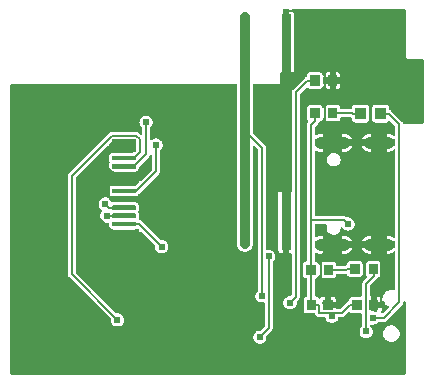
<source format=gbl>
G04 Layer: BottomLayer*
G04 EasyEDA v6.4.25, 2021-11-23T22:35:47+08:00*
G04 b1e9ac58b82e44e2a900f0cbd8408905,45ba98ba689c459a8d72e4540021d05b,10*
G04 Gerber Generator version 0.2*
G04 Scale: 100 percent, Rotated: No, Reflected: No *
G04 Dimensions in millimeters *
G04 leading zeros omitted , absolute positions ,4 integer and 5 decimal *
%FSLAX45Y45*%
%MOMM*%

%ADD11C,0.1520*%
%ADD13C,0.6100*%
%ADD25C,1.0000*%
%ADD26C,0.8065*%

%LPD*%
G36*
X40538Y-1549146D02*
G01*
X36677Y-1548333D01*
X33375Y-1546148D01*
X28905Y-1541678D01*
X26670Y-1538376D01*
X25908Y-1534464D01*
X25908Y904240D01*
X26670Y908100D01*
X28905Y911402D01*
X32156Y913587D01*
X36068Y914400D01*
X1935276Y914400D01*
X1939188Y913587D01*
X1942490Y911402D01*
X1944674Y908100D01*
X1945436Y904240D01*
X1945436Y-441147D01*
X1946300Y-451916D01*
X1948738Y-461975D01*
X1952701Y-471576D01*
X1958136Y-480466D01*
X1964893Y-488340D01*
X1972767Y-495096D01*
X1981657Y-500532D01*
X1991258Y-504494D01*
X2001316Y-506933D01*
X2011680Y-507746D01*
X2022043Y-506933D01*
X2032152Y-504494D01*
X2041753Y-500532D01*
X2050592Y-495096D01*
X2058517Y-488340D01*
X2065223Y-480466D01*
X2070658Y-471576D01*
X2074672Y-461975D01*
X2077059Y-451916D01*
X2077923Y-441147D01*
X2077923Y379984D01*
X2078685Y383844D01*
X2080920Y387146D01*
X2084171Y389382D01*
X2088083Y390144D01*
X2091994Y389382D01*
X2095246Y387146D01*
X2119426Y362966D01*
X2121662Y359664D01*
X2122424Y355803D01*
X2122424Y-830071D01*
X2121662Y-833983D01*
X2119426Y-837285D01*
X2112721Y-843991D01*
X2107133Y-852017D01*
X2102967Y-860907D01*
X2100427Y-870407D01*
X2099564Y-880211D01*
X2100427Y-890016D01*
X2102967Y-899515D01*
X2107133Y-908405D01*
X2112721Y-916432D01*
X2119680Y-923391D01*
X2127758Y-929030D01*
X2136648Y-933196D01*
X2146147Y-935736D01*
X2155952Y-936599D01*
X2169464Y-935431D01*
X2173020Y-936498D01*
X2175967Y-938733D01*
X2177897Y-941882D01*
X2178558Y-945540D01*
X2178558Y-1137666D01*
X2177796Y-1141526D01*
X2175560Y-1144828D01*
X2149551Y-1170889D01*
X2145842Y-1173226D01*
X2141474Y-1173784D01*
X2137968Y-1173480D01*
X2128164Y-1174343D01*
X2118664Y-1176883D01*
X2109774Y-1181049D01*
X2101697Y-1186688D01*
X2094738Y-1193647D01*
X2089150Y-1201674D01*
X2084984Y-1210564D01*
X2082444Y-1220063D01*
X2081580Y-1229868D01*
X2082444Y-1239672D01*
X2084984Y-1249172D01*
X2089150Y-1258062D01*
X2094738Y-1266088D01*
X2101697Y-1273048D01*
X2109774Y-1278686D01*
X2118664Y-1282852D01*
X2128164Y-1285392D01*
X2137968Y-1286256D01*
X2147722Y-1285392D01*
X2157222Y-1282852D01*
X2166112Y-1278686D01*
X2174189Y-1273048D01*
X2181148Y-1266088D01*
X2186736Y-1258062D01*
X2190902Y-1249172D01*
X2193442Y-1239672D01*
X2194306Y-1229868D01*
X2194001Y-1226312D01*
X2194560Y-1221943D01*
X2196947Y-1218234D01*
X2235352Y-1179830D01*
X2240127Y-1173988D01*
X2243277Y-1167739D01*
X2245156Y-1160830D01*
X2245563Y-1155344D01*
X2245563Y-595325D01*
X2246325Y-591413D01*
X2248560Y-588111D01*
X2255266Y-581406D01*
X2260854Y-573379D01*
X2265019Y-564489D01*
X2267559Y-554990D01*
X2268423Y-545185D01*
X2267559Y-535381D01*
X2265019Y-525881D01*
X2260854Y-516991D01*
X2255266Y-508965D01*
X2248306Y-502005D01*
X2240229Y-496366D01*
X2231339Y-492201D01*
X2221839Y-489661D01*
X2212086Y-488797D01*
X2198522Y-489966D01*
X2194966Y-488899D01*
X2192020Y-486664D01*
X2190089Y-483514D01*
X2189429Y-479856D01*
X2189429Y373380D01*
X2188667Y380847D01*
X2186482Y387502D01*
X2182926Y393649D01*
X2179320Y397865D01*
X2080920Y496316D01*
X2078685Y499618D01*
X2077923Y503478D01*
X2077923Y904240D01*
X2078685Y908100D01*
X2080920Y911402D01*
X2084171Y913587D01*
X2088083Y914400D01*
X2310384Y914400D01*
X2311400Y915365D01*
X2311400Y1001623D01*
X2312162Y1005535D01*
X2314397Y1008837D01*
X2317699Y1011021D01*
X2321560Y1011783D01*
X2335682Y1011783D01*
X2335682Y1538884D01*
X2336495Y1542796D01*
X2338679Y1546098D01*
X2341981Y1548282D01*
X2345842Y1549044D01*
X2378557Y1549044D01*
X2382469Y1548282D01*
X2385771Y1546098D01*
X2387955Y1542796D01*
X2388717Y1538884D01*
X2388717Y1011783D01*
X2428443Y1011783D01*
X2428443Y1504848D01*
X2427732Y1511198D01*
X2425801Y1516634D01*
X2422753Y1521561D01*
X2418638Y1525625D01*
X2413762Y1528724D01*
X2412034Y1529334D01*
X2408580Y1531366D01*
X2406192Y1534668D01*
X2405227Y1538579D01*
X2405938Y1542592D01*
X2408123Y1545996D01*
X2411425Y1548282D01*
X2415387Y1549044D01*
X3360064Y1549044D01*
X3363976Y1548282D01*
X3367227Y1546098D01*
X3371138Y1542237D01*
X3373323Y1538935D01*
X3374136Y1535023D01*
X3374136Y1150620D01*
X3374898Y1144117D01*
X3376980Y1138580D01*
X3380536Y1133449D01*
X3383584Y1130401D01*
X3387191Y1127760D01*
X3392728Y1125270D01*
X3400196Y1124051D01*
X3513937Y1124051D01*
X3517849Y1123289D01*
X3521100Y1121105D01*
X3523335Y1117803D01*
X3524097Y1113891D01*
X3524097Y586028D01*
X3523335Y582168D01*
X3521100Y578866D01*
X3517849Y576681D01*
X3513937Y575868D01*
X3361283Y575868D01*
X3357118Y576783D01*
X3353714Y579272D01*
X3351580Y582930D01*
X3350869Y585216D01*
X3347262Y591413D01*
X3343706Y595579D01*
X3253079Y686206D01*
X3247136Y691032D01*
X3242716Y693470D01*
X3238804Y694740D01*
X3235198Y696874D01*
X3232708Y700278D01*
X3231845Y704392D01*
X3231845Y712368D01*
X3231134Y718667D01*
X3229254Y724103D01*
X3226155Y729030D01*
X3222091Y733094D01*
X3217164Y736193D01*
X3211728Y738124D01*
X3205378Y738835D01*
X3116529Y738835D01*
X3110230Y738124D01*
X3104743Y736193D01*
X3099866Y733094D01*
X3095752Y729030D01*
X3092653Y724103D01*
X3090773Y718667D01*
X3090062Y712368D01*
X3090062Y613460D01*
X3090773Y607161D01*
X3092653Y601726D01*
X3095752Y596798D01*
X3099866Y592734D01*
X3104743Y589635D01*
X3110230Y587705D01*
X3116529Y586994D01*
X3205378Y586994D01*
X3211728Y587705D01*
X3217164Y589635D01*
X3222091Y592734D01*
X3226155Y596798D01*
X3227679Y599236D01*
X3230168Y601929D01*
X3233369Y603605D01*
X3236976Y604012D01*
X3240532Y603097D01*
X3243478Y601014D01*
X3283813Y560730D01*
X3285998Y557428D01*
X3286760Y553516D01*
X3286760Y482549D01*
X3286099Y478840D01*
X3284067Y475640D01*
X3281019Y473405D01*
X3277362Y472389D01*
X3273602Y472846D01*
X3270300Y474624D01*
X3264052Y479551D01*
X3254248Y485241D01*
X3243681Y489407D01*
X3232607Y491896D01*
X3220923Y492810D01*
X3215132Y492810D01*
X3215132Y448208D01*
X3276600Y448208D01*
X3280511Y447446D01*
X3283813Y445262D01*
X3285998Y441959D01*
X3286760Y438048D01*
X3286760Y395681D01*
X3285998Y391820D01*
X3283813Y388518D01*
X3280511Y386283D01*
X3276600Y385521D01*
X3215132Y385521D01*
X3215132Y340969D01*
X3220923Y340969D01*
X3232607Y341833D01*
X3243681Y344373D01*
X3254248Y348538D01*
X3264052Y354177D01*
X3270300Y359156D01*
X3273602Y360934D01*
X3277362Y361340D01*
X3281019Y360375D01*
X3284067Y358140D01*
X3286099Y354939D01*
X3286760Y351231D01*
X3286760Y-381457D01*
X3286099Y-385165D01*
X3284067Y-388366D01*
X3281019Y-390601D01*
X3277362Y-391566D01*
X3273602Y-391160D01*
X3270300Y-389382D01*
X3264052Y-384454D01*
X3254248Y-378764D01*
X3243681Y-374599D01*
X3232607Y-372110D01*
X3220923Y-371195D01*
X3215182Y-371195D01*
X3215182Y-415798D01*
X3276600Y-415798D01*
X3280511Y-416559D01*
X3283813Y-418744D01*
X3285998Y-422046D01*
X3286760Y-425958D01*
X3286760Y-468325D01*
X3285998Y-472185D01*
X3283813Y-475488D01*
X3280511Y-477723D01*
X3276600Y-478485D01*
X3215182Y-478485D01*
X3215182Y-523036D01*
X3220923Y-523036D01*
X3232607Y-522173D01*
X3243681Y-519633D01*
X3254248Y-515467D01*
X3264052Y-509828D01*
X3270300Y-504850D01*
X3273602Y-503072D01*
X3277362Y-502666D01*
X3281019Y-503631D01*
X3284067Y-505866D01*
X3286099Y-509066D01*
X3286760Y-512775D01*
X3286760Y-821994D01*
X3286099Y-825601D01*
X3284220Y-828700D01*
X3281375Y-830986D01*
X3277870Y-832053D01*
X3274263Y-831850D01*
X3262579Y-829056D01*
X3251504Y-828192D01*
X3240430Y-829056D01*
X3229610Y-831646D01*
X3219348Y-835914D01*
X3209848Y-841705D01*
X3201365Y-848918D01*
X3194151Y-857402D01*
X3188360Y-866902D01*
X3184093Y-877163D01*
X3181502Y-887984D01*
X3181248Y-890981D01*
X3180232Y-894689D01*
X3177895Y-897737D01*
X3174542Y-899718D01*
X3170732Y-900328D01*
X3166973Y-899464D01*
X3163824Y-897229D01*
X3158591Y-891794D01*
X3153765Y-888796D01*
X3148330Y-886866D01*
X3141980Y-886155D01*
X3128924Y-886155D01*
X3128924Y-928217D01*
X3170478Y-928217D01*
X3173679Y-925423D01*
X3177743Y-924204D01*
X3181959Y-924712D01*
X3185617Y-926947D01*
X3194151Y-940714D01*
X3201365Y-949198D01*
X3209848Y-956411D01*
X3219348Y-962202D01*
X3223260Y-963828D01*
X3226562Y-966063D01*
X3228746Y-969314D01*
X3229508Y-973226D01*
X3228746Y-977137D01*
X3226562Y-980389D01*
X3182315Y-1024636D01*
X3179114Y-1026820D01*
X3175304Y-1027582D01*
X3171494Y-1026921D01*
X3168192Y-1024839D01*
X3165906Y-1021689D01*
X3164992Y-1017930D01*
X3165551Y-1014069D01*
X3167735Y-1007821D01*
X3168446Y-1001471D01*
X3168446Y-985926D01*
X3128924Y-985926D01*
X3128924Y-1006094D01*
X3128111Y-1010056D01*
X3125825Y-1013358D01*
X3122371Y-1015542D01*
X3118408Y-1016203D01*
X3114446Y-1015288D01*
X3111754Y-1014018D01*
X3102254Y-1011478D01*
X3092450Y-1010615D01*
X3087268Y-1011072D01*
X3083102Y-1010564D01*
X3079496Y-1008430D01*
X3077057Y-1005027D01*
X3076194Y-1000963D01*
X3076194Y-983843D01*
X3074060Y-981608D01*
X3072638Y-978814D01*
X3072180Y-975766D01*
X3072180Y-938377D01*
X3072638Y-935278D01*
X3074060Y-932484D01*
X3076194Y-930249D01*
X3076194Y-884072D01*
X3074060Y-881837D01*
X3072638Y-879043D01*
X3072180Y-875995D01*
X3072180Y-798169D01*
X3072942Y-794258D01*
X3075178Y-790956D01*
X3125876Y-740257D01*
X3130702Y-734314D01*
X3133090Y-729894D01*
X3134410Y-725830D01*
X3136290Y-722528D01*
X3139287Y-720090D01*
X3142945Y-718972D01*
X3148330Y-718362D01*
X3153765Y-716432D01*
X3158693Y-713333D01*
X3162757Y-709269D01*
X3165856Y-704342D01*
X3167735Y-698906D01*
X3168446Y-692556D01*
X3168446Y-613714D01*
X3167735Y-607415D01*
X3165856Y-601929D01*
X3162757Y-597052D01*
X3158693Y-592937D01*
X3153765Y-589838D01*
X3148330Y-587959D01*
X3141980Y-587248D01*
X3063138Y-587248D01*
X3056788Y-587959D01*
X3051352Y-589838D01*
X3046425Y-592937D01*
X3042361Y-597052D01*
X3039262Y-601929D01*
X3037382Y-607415D01*
X3036671Y-613714D01*
X3036671Y-692556D01*
X3037382Y-698906D01*
X3039262Y-704342D01*
X3042361Y-709269D01*
X3045053Y-711962D01*
X3047238Y-715264D01*
X3048000Y-719124D01*
X3047238Y-723036D01*
X3045053Y-726338D01*
X3015386Y-756005D01*
X3010611Y-761847D01*
X3007461Y-768096D01*
X3005582Y-774954D01*
X3005175Y-780440D01*
X3005175Y-875995D01*
X3004413Y-879856D01*
X3002178Y-883158D01*
X2998876Y-885393D01*
X2995015Y-886155D01*
X2923133Y-886155D01*
X2916834Y-886866D01*
X2911348Y-888796D01*
X2906471Y-891844D01*
X2902356Y-895959D01*
X2899308Y-900836D01*
X2897378Y-906322D01*
X2896666Y-912621D01*
X2896666Y-915619D01*
X2895803Y-919734D01*
X2893364Y-923137D01*
X2889707Y-925220D01*
X2885948Y-926490D01*
X2879750Y-930097D01*
X2875584Y-933653D01*
X2820009Y-989177D01*
X2816707Y-991412D01*
X2812846Y-992174D01*
X2791206Y-992174D01*
X2787497Y-991463D01*
X2784297Y-989482D01*
X2782062Y-986434D01*
X2740456Y-986434D01*
X2738221Y-989482D01*
X2735021Y-991463D01*
X2731312Y-992174D01*
X2698953Y-992174D01*
X2695244Y-991463D01*
X2692044Y-989482D01*
X2689809Y-986434D01*
X2681833Y-986434D01*
X2677972Y-985672D01*
X2674670Y-983487D01*
X2672435Y-980186D01*
X2671673Y-976274D01*
X2671673Y-957884D01*
X2671470Y-954125D01*
X2670048Y-947369D01*
X2668168Y-942746D01*
X2667406Y-938834D01*
X2668219Y-934974D01*
X2670403Y-931722D01*
X2673705Y-929538D01*
X2677566Y-928725D01*
X2688793Y-928725D01*
X2688793Y-886714D01*
X2675686Y-886714D01*
X2669387Y-887425D01*
X2663901Y-889304D01*
X2659024Y-892403D01*
X2654909Y-896467D01*
X2653741Y-898347D01*
X2650947Y-901293D01*
X2647188Y-902919D01*
X2643124Y-902919D01*
X2639364Y-901293D01*
X2636520Y-898347D01*
X2635351Y-896467D01*
X2631287Y-892403D01*
X2626360Y-889304D01*
X2620924Y-887425D01*
X2617673Y-887018D01*
X2614117Y-885952D01*
X2611221Y-883716D01*
X2609291Y-880567D01*
X2608630Y-876960D01*
X2608630Y-738378D01*
X2609494Y-734314D01*
X2611882Y-730961D01*
X2615438Y-728776D01*
X2620873Y-726897D01*
X2625750Y-723849D01*
X2629865Y-719734D01*
X2632913Y-714857D01*
X2635046Y-708761D01*
X2637180Y-705205D01*
X2640584Y-702818D01*
X2644648Y-701954D01*
X2648712Y-702818D01*
X2652115Y-705205D01*
X2654249Y-708761D01*
X2656382Y-714857D01*
X2659430Y-719734D01*
X2663545Y-723849D01*
X2668422Y-726897D01*
X2673908Y-728827D01*
X2680208Y-729538D01*
X2759710Y-729538D01*
X2766060Y-728827D01*
X2771495Y-726897D01*
X2776423Y-723849D01*
X2780487Y-719734D01*
X2783586Y-714857D01*
X2785516Y-709371D01*
X2786227Y-702970D01*
X2787294Y-699414D01*
X2789529Y-696518D01*
X2792679Y-694588D01*
X2796286Y-693928D01*
X2868777Y-693928D01*
X2872841Y-694791D01*
X2876194Y-697179D01*
X2878378Y-700735D01*
X2879394Y-703681D01*
X2882442Y-708558D01*
X2886557Y-712673D01*
X2891434Y-715721D01*
X2896920Y-717651D01*
X2903220Y-718362D01*
X2982112Y-718362D01*
X2988411Y-717651D01*
X2993898Y-715721D01*
X2998774Y-712673D01*
X3002889Y-708558D01*
X3005937Y-703681D01*
X3007868Y-698195D01*
X3008579Y-691896D01*
X3008579Y-613003D01*
X3007868Y-606704D01*
X3005937Y-601218D01*
X3002889Y-596341D01*
X2998774Y-592226D01*
X2993898Y-589178D01*
X2988411Y-587248D01*
X2982112Y-586536D01*
X2903220Y-586536D01*
X2896920Y-587248D01*
X2891434Y-589178D01*
X2886557Y-592226D01*
X2882442Y-596341D01*
X2879394Y-601218D01*
X2877464Y-606704D01*
X2876854Y-612089D01*
X2875737Y-615746D01*
X2873298Y-618693D01*
X2869946Y-620572D01*
X2866034Y-621893D01*
X2859684Y-625551D01*
X2857195Y-626567D01*
X2854604Y-626922D01*
X2796336Y-626922D01*
X2792679Y-626262D01*
X2789529Y-624332D01*
X2787294Y-621436D01*
X2786227Y-617880D01*
X2785516Y-611479D01*
X2783586Y-605993D01*
X2780487Y-601116D01*
X2776423Y-597001D01*
X2771495Y-593953D01*
X2766060Y-592023D01*
X2759710Y-591312D01*
X2680208Y-591312D01*
X2673908Y-592023D01*
X2668422Y-593953D01*
X2663545Y-597001D01*
X2659430Y-601116D01*
X2656382Y-605993D01*
X2654249Y-612089D01*
X2652115Y-615645D01*
X2648712Y-618032D01*
X2644648Y-618896D01*
X2640584Y-618032D01*
X2637180Y-615645D01*
X2635046Y-612089D01*
X2632913Y-605993D01*
X2629865Y-601116D01*
X2625750Y-597001D01*
X2620873Y-593953D01*
X2615387Y-592023D01*
X2611882Y-591616D01*
X2608326Y-590550D01*
X2605430Y-588314D01*
X2603500Y-585165D01*
X2602839Y-581507D01*
X2602839Y-523748D01*
X2603703Y-519633D01*
X2606192Y-516229D01*
X2609850Y-514096D01*
X2614066Y-513638D01*
X2618079Y-514959D01*
X2619705Y-515874D01*
X2630220Y-520039D01*
X2641295Y-522528D01*
X2652979Y-523443D01*
X2671267Y-523443D01*
X2671267Y-478891D01*
X2612999Y-478891D01*
X2609138Y-478078D01*
X2605836Y-475894D01*
X2603601Y-472592D01*
X2602839Y-468731D01*
X2602839Y-426313D01*
X2603601Y-422452D01*
X2605836Y-419150D01*
X2609138Y-416966D01*
X2612999Y-416153D01*
X2671267Y-416153D01*
X2671267Y-371602D01*
X2652979Y-371602D01*
X2641295Y-372465D01*
X2630220Y-375005D01*
X2619705Y-379171D01*
X2618079Y-380085D01*
X2614066Y-381406D01*
X2609850Y-380949D01*
X2606192Y-378815D01*
X2603703Y-375412D01*
X2602839Y-371297D01*
X2602839Y-283565D01*
X2603601Y-279704D01*
X2605836Y-276402D01*
X2609138Y-274167D01*
X2612999Y-273405D01*
X2698445Y-273405D01*
X2702204Y-274167D01*
X2705455Y-276250D01*
X2707690Y-279400D01*
X2708605Y-283159D01*
X2707995Y-286969D01*
X2707081Y-289610D01*
X2705404Y-299364D01*
X2705404Y-309270D01*
X2707081Y-319024D01*
X2710383Y-328371D01*
X2715209Y-337007D01*
X2721406Y-344728D01*
X2728874Y-351231D01*
X2737256Y-356412D01*
X2746451Y-360121D01*
X2756154Y-362204D01*
X2766060Y-362610D01*
X2775864Y-361391D01*
X2785313Y-358495D01*
X2794152Y-354025D01*
X2802128Y-348132D01*
X2808986Y-340969D01*
X2814523Y-332790D01*
X2818587Y-323748D01*
X2821076Y-314198D01*
X2821533Y-309016D01*
X2822702Y-305104D01*
X2825343Y-301955D01*
X2829001Y-300075D01*
X2833116Y-299821D01*
X2836976Y-301244D01*
X2839974Y-304088D01*
X2842514Y-307746D01*
X2849473Y-314706D01*
X2857550Y-320294D01*
X2866440Y-324459D01*
X2875940Y-326999D01*
X2885744Y-327863D01*
X2895498Y-326999D01*
X2904998Y-324459D01*
X2913888Y-320294D01*
X2921965Y-314706D01*
X2928924Y-307746D01*
X2934512Y-299669D01*
X2938678Y-290779D01*
X2941218Y-281279D01*
X2942082Y-271526D01*
X2941218Y-261721D01*
X2938678Y-252221D01*
X2934512Y-243332D01*
X2928924Y-235254D01*
X2921965Y-228295D01*
X2913888Y-222707D01*
X2904998Y-218541D01*
X2895498Y-216001D01*
X2885744Y-215138D01*
X2881579Y-215493D01*
X2877870Y-215138D01*
X2874568Y-213461D01*
X2872486Y-211937D01*
X2866085Y-208686D01*
X2859227Y-206806D01*
X2853740Y-206400D01*
X2612999Y-206400D01*
X2609138Y-205638D01*
X2605836Y-203403D01*
X2603601Y-200101D01*
X2602839Y-196240D01*
X2602839Y340258D01*
X2603703Y344373D01*
X2606192Y347776D01*
X2609850Y349910D01*
X2614066Y350367D01*
X2618079Y349046D01*
X2619705Y348132D01*
X2630220Y343966D01*
X2641295Y341477D01*
X2652979Y340563D01*
X2671267Y340563D01*
X2671267Y385114D01*
X2612999Y385114D01*
X2609138Y385927D01*
X2605836Y388112D01*
X2603601Y391414D01*
X2602839Y395274D01*
X2602839Y437692D01*
X2603601Y441553D01*
X2605836Y444855D01*
X2609138Y447040D01*
X2612999Y447852D01*
X2671267Y447852D01*
X2671267Y492404D01*
X2652979Y492404D01*
X2641295Y491540D01*
X2630220Y489000D01*
X2619705Y484835D01*
X2618079Y483920D01*
X2614066Y482650D01*
X2609850Y483057D01*
X2606192Y485190D01*
X2603703Y488594D01*
X2602839Y492709D01*
X2602839Y546049D01*
X2603601Y549960D01*
X2605836Y553262D01*
X2627680Y575157D01*
X2632506Y581101D01*
X2634945Y585520D01*
X2636266Y589534D01*
X2638145Y592886D01*
X2641092Y595274D01*
X2644749Y596442D01*
X2650439Y597052D01*
X2655925Y598982D01*
X2660802Y602030D01*
X2664917Y606145D01*
X2668016Y611022D01*
X2670098Y617118D01*
X2672283Y620674D01*
X2675636Y623062D01*
X2679700Y623925D01*
X2683764Y623062D01*
X2687167Y620674D01*
X2689301Y617118D01*
X2691434Y611022D01*
X2694482Y606145D01*
X2698597Y602030D01*
X2703474Y598982D01*
X2708960Y597052D01*
X2715260Y596341D01*
X2794762Y596341D01*
X2801112Y597052D01*
X2806547Y598982D01*
X2811475Y602030D01*
X2815539Y606145D01*
X2818638Y611022D01*
X2820568Y616508D01*
X2821279Y622909D01*
X2822346Y626465D01*
X2824581Y629361D01*
X2827731Y631291D01*
X2831388Y631952D01*
X2908604Y631952D01*
X2912516Y631240D01*
X2916428Y629208D01*
X2919120Y625754D01*
X2920034Y621436D01*
X2920034Y613460D01*
X2920746Y607161D01*
X2922676Y601726D01*
X2925775Y596798D01*
X2929839Y592734D01*
X2934766Y589635D01*
X2940202Y587705D01*
X2946552Y586994D01*
X3035401Y586994D01*
X3041700Y587705D01*
X3047187Y589635D01*
X3052064Y592734D01*
X3056178Y596798D01*
X3059226Y601726D01*
X3061157Y607161D01*
X3061868Y613460D01*
X3061868Y712368D01*
X3061157Y718667D01*
X3059226Y724103D01*
X3056178Y729030D01*
X3052064Y733094D01*
X3047187Y736193D01*
X3041700Y738124D01*
X3035401Y738835D01*
X2946552Y738835D01*
X2940202Y738124D01*
X2934766Y736193D01*
X2929839Y733094D01*
X2925775Y729030D01*
X2922676Y724103D01*
X2920746Y718667D01*
X2920034Y712368D01*
X2920034Y709117D01*
X2919272Y705256D01*
X2917088Y701954D01*
X2913786Y699719D01*
X2909874Y698957D01*
X2831388Y698957D01*
X2827731Y699617D01*
X2824581Y701548D01*
X2822346Y704443D01*
X2821279Y707999D01*
X2820568Y714400D01*
X2818638Y719886D01*
X2815539Y724763D01*
X2811475Y728878D01*
X2806547Y731926D01*
X2801112Y733856D01*
X2794762Y734568D01*
X2715260Y734568D01*
X2708960Y733856D01*
X2703474Y731926D01*
X2698597Y728878D01*
X2694482Y724763D01*
X2691434Y719886D01*
X2689301Y713790D01*
X2687167Y710234D01*
X2683764Y707847D01*
X2679700Y706983D01*
X2675636Y707847D01*
X2672283Y710234D01*
X2670098Y713790D01*
X2668016Y719886D01*
X2664917Y724763D01*
X2660802Y728878D01*
X2655925Y731926D01*
X2650439Y733856D01*
X2644140Y734568D01*
X2564638Y734568D01*
X2558288Y733856D01*
X2552852Y731926D01*
X2547924Y728878D01*
X2543860Y724763D01*
X2540762Y719886D01*
X2538882Y714400D01*
X2538171Y708101D01*
X2538171Y622808D01*
X2538882Y616508D01*
X2540762Y611022D01*
X2543860Y606145D01*
X2546705Y603300D01*
X2548890Y599998D01*
X2549702Y596087D01*
X2548890Y592226D01*
X2546045Y588213D01*
X2541270Y582371D01*
X2538120Y576122D01*
X2536240Y569264D01*
X2535834Y563778D01*
X2535834Y-581507D01*
X2535174Y-585165D01*
X2533243Y-588314D01*
X2530348Y-590550D01*
X2526792Y-591616D01*
X2523236Y-592023D01*
X2517800Y-593953D01*
X2512872Y-597001D01*
X2508808Y-601116D01*
X2505710Y-605993D01*
X2503779Y-611479D01*
X2503068Y-617778D01*
X2503068Y-703072D01*
X2503779Y-709371D01*
X2505710Y-714857D01*
X2508808Y-719734D01*
X2512872Y-723849D01*
X2517800Y-726897D01*
X2523236Y-728827D01*
X2528976Y-729437D01*
X2532786Y-730707D01*
X2535834Y-733298D01*
X2537663Y-736904D01*
X2538120Y-738632D01*
X2540508Y-743356D01*
X2541320Y-745642D01*
X2541625Y-747979D01*
X2541625Y-876960D01*
X2540965Y-880567D01*
X2539034Y-883716D01*
X2536139Y-885952D01*
X2532583Y-887069D01*
X2529382Y-887425D01*
X2523947Y-889304D01*
X2519019Y-892403D01*
X2514955Y-896467D01*
X2511856Y-901395D01*
X2509977Y-906830D01*
X2509266Y-913180D01*
X2509266Y-1002030D01*
X2509977Y-1008329D01*
X2511856Y-1013815D01*
X2514955Y-1018692D01*
X2519019Y-1022807D01*
X2523947Y-1025906D01*
X2529382Y-1027785D01*
X2535732Y-1028496D01*
X2598420Y-1028496D01*
X2601925Y-1029106D01*
X2604973Y-1030884D01*
X2607208Y-1033576D01*
X2611170Y-1040434D01*
X2614777Y-1044600D01*
X2619146Y-1048969D01*
X2624988Y-1053744D01*
X2631236Y-1056894D01*
X2638094Y-1058773D01*
X2643581Y-1059180D01*
X2683205Y-1059180D01*
X2687472Y-1060145D01*
X2690977Y-1062837D01*
X2693009Y-1066698D01*
X2694432Y-1072083D01*
X2698597Y-1080973D01*
X2704236Y-1089050D01*
X2711196Y-1096010D01*
X2719222Y-1101598D01*
X2728112Y-1105763D01*
X2737612Y-1108303D01*
X2747416Y-1109167D01*
X2757220Y-1108303D01*
X2766720Y-1105763D01*
X2775610Y-1101598D01*
X2783636Y-1096010D01*
X2790596Y-1089050D01*
X2796235Y-1080973D01*
X2800400Y-1072083D01*
X2801823Y-1066698D01*
X2803855Y-1062837D01*
X2807360Y-1060145D01*
X2811627Y-1059180D01*
X2830423Y-1059180D01*
X2837891Y-1058418D01*
X2844546Y-1056233D01*
X2850692Y-1052677D01*
X2854909Y-1049070D01*
X2886964Y-1017016D01*
X2890316Y-1014780D01*
X2894228Y-1014018D01*
X2898140Y-1014831D01*
X2901442Y-1017117D01*
X2906522Y-1022299D01*
X2911348Y-1025347D01*
X2916834Y-1027277D01*
X2923133Y-1027988D01*
X2995015Y-1027988D01*
X2998876Y-1028750D01*
X3002178Y-1030935D01*
X3004413Y-1034237D01*
X3005175Y-1038148D01*
X3005175Y-1131773D01*
X3004413Y-1135684D01*
X3002178Y-1138936D01*
X2995472Y-1145641D01*
X2989884Y-1153718D01*
X2985719Y-1162608D01*
X2983179Y-1172108D01*
X2982315Y-1181912D01*
X2983179Y-1191666D01*
X2985719Y-1201166D01*
X2989884Y-1210056D01*
X2995472Y-1218133D01*
X3002432Y-1225092D01*
X3010509Y-1230680D01*
X3019399Y-1234846D01*
X3028899Y-1237386D01*
X3038703Y-1238250D01*
X3048457Y-1237386D01*
X3057956Y-1234846D01*
X3066846Y-1230680D01*
X3074924Y-1225092D01*
X3081883Y-1218133D01*
X3087471Y-1210056D01*
X3091637Y-1201166D01*
X3094177Y-1191666D01*
X3095040Y-1181912D01*
X3094177Y-1172108D01*
X3091637Y-1162608D01*
X3087471Y-1153718D01*
X3081883Y-1145641D01*
X3076143Y-1139952D01*
X3073857Y-1136497D01*
X3073146Y-1132433D01*
X3074111Y-1128471D01*
X3076549Y-1125169D01*
X3080105Y-1123086D01*
X3084220Y-1122629D01*
X3092450Y-1123340D01*
X3102254Y-1122476D01*
X3111754Y-1119936D01*
X3120644Y-1115771D01*
X3128670Y-1110183D01*
X3135376Y-1103477D01*
X3138678Y-1101242D01*
X3142589Y-1100480D01*
X3186836Y-1100480D01*
X3194304Y-1099718D01*
X3200958Y-1097534D01*
X3207156Y-1093978D01*
X3211322Y-1090371D01*
X3343605Y-958138D01*
X3348329Y-952296D01*
X3351529Y-946048D01*
X3353358Y-939139D01*
X3353815Y-933348D01*
X3355136Y-929132D01*
X3358083Y-925830D01*
X3362147Y-924102D01*
X3366566Y-924306D01*
X3370478Y-926337D01*
X3373170Y-929843D01*
X3374136Y-934110D01*
X3374136Y-1538071D01*
X3373323Y-1541932D01*
X3370224Y-1546148D01*
X3366922Y-1548333D01*
X3363061Y-1549146D01*
G37*

%LPC*%
G36*
X2781554Y970280D02*
G01*
X2821279Y970280D01*
X2821279Y984961D01*
X2820568Y991260D01*
X2818638Y996746D01*
X2815539Y1001623D01*
X2811475Y1005738D01*
X2806547Y1008786D01*
X2801112Y1010716D01*
X2794762Y1011428D01*
X2781554Y1011428D01*
G37*
G36*
X933094Y-1139799D02*
G01*
X942898Y-1138936D01*
X952398Y-1136396D01*
X961288Y-1132230D01*
X969314Y-1126642D01*
X976274Y-1119682D01*
X981913Y-1111605D01*
X986078Y-1102715D01*
X988618Y-1093216D01*
X989482Y-1083462D01*
X988618Y-1073658D01*
X986078Y-1064158D01*
X981913Y-1055268D01*
X976274Y-1047191D01*
X969314Y-1040231D01*
X961288Y-1034643D01*
X952398Y-1030478D01*
X942898Y-1027937D01*
X933094Y-1027074D01*
X929538Y-1027379D01*
X925169Y-1026820D01*
X921461Y-1024432D01*
X580745Y-683717D01*
X578561Y-680415D01*
X577799Y-676503D01*
X577799Y115417D01*
X578561Y119278D01*
X580745Y122580D01*
X845566Y387451D01*
X849325Y389839D01*
X853744Y390347D01*
X858012Y388975D01*
X861212Y385876D01*
X862025Y383844D01*
X862025Y399643D01*
X862787Y403555D01*
X864971Y406857D01*
X897788Y439623D01*
X901090Y441858D01*
X905002Y442620D01*
X1069898Y442620D01*
X1073810Y441858D01*
X1077112Y439623D01*
X1083767Y432968D01*
X1085951Y429666D01*
X1086713Y425805D01*
X1086713Y355295D01*
X1085951Y351383D01*
X1083767Y348081D01*
X1071778Y336092D01*
X1068476Y333908D01*
X1064564Y333146D01*
X896823Y333146D01*
X891286Y332587D01*
X885952Y330962D01*
X879805Y328422D01*
X876960Y326898D01*
X872947Y325729D01*
X868832Y326237D01*
X867105Y326999D01*
X868171Y323850D01*
X868171Y320548D01*
X867105Y317449D01*
X865124Y313740D01*
X862584Y307594D01*
X860958Y302260D01*
X860399Y296722D01*
X860399Y277723D01*
X860958Y272186D01*
X862584Y266852D01*
X865124Y260705D01*
X867105Y256997D01*
X868171Y253898D01*
X868171Y250545D01*
X867105Y247446D01*
X865124Y243738D01*
X862584Y237591D01*
X860958Y232257D01*
X860399Y226720D01*
X860399Y207721D01*
X860958Y202184D01*
X862584Y196850D01*
X865124Y190703D01*
X867105Y186994D01*
X868171Y183896D01*
X868171Y180543D01*
X866851Y176987D01*
X868832Y178206D01*
X872947Y178714D01*
X876960Y177546D01*
X879805Y176022D01*
X885952Y173482D01*
X891286Y171856D01*
X896823Y171297D01*
X1079042Y171297D01*
X1084580Y171856D01*
X1089914Y173482D01*
X1096060Y176022D01*
X1098905Y177546D01*
X1102868Y178714D01*
X1107033Y178206D01*
X1108760Y177444D01*
X1107694Y180543D01*
X1107694Y183896D01*
X1108760Y186994D01*
X1110742Y190703D01*
X1113282Y196850D01*
X1114907Y202184D01*
X1115415Y207314D01*
X1116330Y210667D01*
X1118311Y213512D01*
X1198473Y293674D01*
X1203248Y299516D01*
X1208430Y310032D01*
X1211630Y312674D01*
X1215593Y313842D01*
X1219708Y313283D01*
X1223264Y311150D01*
X1225702Y307746D01*
X1226515Y303682D01*
X1226515Y195376D01*
X1225753Y191516D01*
X1223568Y188214D01*
X1129792Y94437D01*
X1126490Y92202D01*
X1122629Y91440D01*
X1118717Y92202D01*
X1115415Y94437D01*
X1113840Y96774D01*
X1113840Y82702D01*
X1113078Y78790D01*
X1110894Y75488D01*
X1091031Y55676D01*
X1087272Y53289D01*
X1082852Y52730D01*
X1079042Y53136D01*
X896823Y53136D01*
X891286Y52578D01*
X885952Y50952D01*
X879805Y48412D01*
X876960Y46888D01*
X872947Y45720D01*
X868832Y46278D01*
X867105Y46990D01*
X868171Y43891D01*
X868171Y40589D01*
X867105Y37439D01*
X865124Y33731D01*
X862584Y27584D01*
X860958Y22250D01*
X860399Y16713D01*
X860399Y-2286D01*
X860958Y-7823D01*
X862584Y-13157D01*
X865124Y-19304D01*
X867105Y-23012D01*
X868171Y-26111D01*
X868171Y-29413D01*
X866851Y-33020D01*
X868832Y-31800D01*
X872947Y-31292D01*
X876960Y-32461D01*
X879805Y-33985D01*
X885952Y-36525D01*
X891286Y-38150D01*
X896823Y-38709D01*
X1079042Y-38709D01*
X1084580Y-38150D01*
X1089914Y-36525D01*
X1096060Y-33985D01*
X1098905Y-32461D01*
X1102868Y-31292D01*
X1107033Y-31800D01*
X1108760Y-32562D01*
X1107694Y-29413D01*
X1107694Y-26111D01*
X1108760Y-23012D01*
X1110234Y-20218D01*
X1114044Y-16103D01*
X1283360Y153212D01*
X1288084Y159054D01*
X1291285Y165303D01*
X1293114Y172212D01*
X1293571Y177698D01*
X1293571Y348589D01*
X1294333Y352501D01*
X1296517Y355803D01*
X1303223Y362508D01*
X1308862Y370535D01*
X1313027Y379425D01*
X1315567Y388924D01*
X1316431Y398729D01*
X1315567Y408533D01*
X1313027Y418033D01*
X1308862Y426923D01*
X1303223Y434949D01*
X1296263Y441909D01*
X1288237Y447548D01*
X1279347Y451713D01*
X1269847Y454253D01*
X1260043Y455117D01*
X1250238Y454253D01*
X1240739Y451713D01*
X1231849Y447548D01*
X1224686Y442518D01*
X1220622Y440842D01*
X1216202Y441045D01*
X1212342Y443077D01*
X1209649Y446532D01*
X1208684Y450850D01*
X1208684Y540105D01*
X1209446Y544017D01*
X1211681Y547268D01*
X1218387Y553974D01*
X1223975Y562051D01*
X1228140Y570941D01*
X1230680Y580440D01*
X1231544Y590194D01*
X1230680Y599998D01*
X1228140Y609498D01*
X1223975Y618388D01*
X1218387Y626465D01*
X1211427Y633425D01*
X1203350Y639013D01*
X1194460Y643178D01*
X1184960Y645718D01*
X1175207Y646582D01*
X1165402Y645718D01*
X1155903Y643178D01*
X1147013Y639013D01*
X1138936Y633425D01*
X1131976Y626465D01*
X1126388Y618388D01*
X1122222Y609498D01*
X1119682Y599998D01*
X1118819Y590194D01*
X1119682Y580440D01*
X1122222Y570941D01*
X1126388Y562051D01*
X1131976Y553974D01*
X1138682Y547268D01*
X1140917Y544017D01*
X1141679Y540105D01*
X1141679Y494385D01*
X1140917Y490474D01*
X1138682Y487172D01*
X1135380Y484987D01*
X1131519Y484225D01*
X1127607Y484987D01*
X1124305Y487172D01*
X1112062Y499414D01*
X1106220Y504190D01*
X1099972Y507339D01*
X1093114Y509219D01*
X1087628Y509625D01*
X887425Y509625D01*
X879957Y508863D01*
X873302Y506679D01*
X867105Y503123D01*
X862939Y499516D01*
X520954Y157581D01*
X516229Y151739D01*
X513029Y145491D01*
X511200Y138582D01*
X510743Y133096D01*
X510743Y-694080D01*
X511556Y-701548D01*
X513689Y-708202D01*
X517296Y-714400D01*
X520852Y-718566D01*
X874115Y-1071829D01*
X876452Y-1075537D01*
X877011Y-1079906D01*
X876706Y-1083462D01*
X877569Y-1093216D01*
X880110Y-1102715D01*
X884275Y-1111605D01*
X889914Y-1119682D01*
X896874Y-1126642D01*
X904900Y-1132230D01*
X913790Y-1136396D01*
X923290Y-1138936D01*
G37*
G36*
X2393492Y-993952D02*
G01*
X2403297Y-993089D01*
X2412796Y-990549D01*
X2421686Y-986383D01*
X2429713Y-980744D01*
X2436672Y-973785D01*
X2442311Y-965758D01*
X2446477Y-956868D01*
X2449017Y-947369D01*
X2449880Y-937564D01*
X2449576Y-934008D01*
X2450134Y-929640D01*
X2452471Y-925931D01*
X2464054Y-914400D01*
X2468778Y-908558D01*
X2471978Y-902309D01*
X2473807Y-895400D01*
X2474264Y-889914D01*
X2474264Y823925D01*
X2475026Y827836D01*
X2477211Y831138D01*
X2529281Y883208D01*
X2532583Y885393D01*
X2536494Y886155D01*
X2540355Y885393D01*
X2543657Y883208D01*
X2547924Y878890D01*
X2552852Y875842D01*
X2558288Y873912D01*
X2564638Y873201D01*
X2644140Y873201D01*
X2650439Y873912D01*
X2655925Y875842D01*
X2660802Y878890D01*
X2664917Y883005D01*
X2668016Y887882D01*
X2670098Y893978D01*
X2672283Y897534D01*
X2675636Y899921D01*
X2679700Y900785D01*
X2683764Y899921D01*
X2687167Y897534D01*
X2689301Y893978D01*
X2691434Y887882D01*
X2694482Y883005D01*
X2698597Y878890D01*
X2703474Y875842D01*
X2708960Y873912D01*
X2715260Y873201D01*
X2728518Y873201D01*
X2728518Y914349D01*
X2680766Y914349D01*
X2676906Y915162D01*
X2673604Y917346D01*
X2671368Y920648D01*
X2670606Y924509D01*
X2670606Y960119D01*
X2671368Y963980D01*
X2673604Y967282D01*
X2676906Y969518D01*
X2680766Y970280D01*
X2728518Y970280D01*
X2728518Y1011428D01*
X2715260Y1011428D01*
X2708960Y1010716D01*
X2703474Y1008786D01*
X2698597Y1005738D01*
X2694482Y1001623D01*
X2691434Y996746D01*
X2689301Y990650D01*
X2687167Y987094D01*
X2683764Y984707D01*
X2679700Y983843D01*
X2675636Y984707D01*
X2672283Y987094D01*
X2670098Y990650D01*
X2668016Y996746D01*
X2664917Y1001623D01*
X2660802Y1005738D01*
X2655925Y1008786D01*
X2650439Y1010716D01*
X2644140Y1011428D01*
X2564638Y1011428D01*
X2558288Y1010716D01*
X2552852Y1008786D01*
X2547924Y1005738D01*
X2543860Y1001623D01*
X2540762Y996746D01*
X2538882Y991260D01*
X2538171Y983792D01*
X2537307Y979678D01*
X2534818Y976274D01*
X2531211Y974140D01*
X2527452Y972870D01*
X2521254Y969314D01*
X2517038Y965708D01*
X2417419Y866089D01*
X2412695Y860247D01*
X2409494Y853998D01*
X2407666Y847140D01*
X2407208Y841654D01*
X2407208Y9245D01*
X2406446Y5384D01*
X2404262Y2082D01*
X2400960Y-152D01*
X2397048Y-914D01*
X2388717Y-914D01*
X2388717Y-520446D01*
X2397048Y-520446D01*
X2400960Y-521258D01*
X2404262Y-523443D01*
X2406446Y-526745D01*
X2407208Y-530606D01*
X2407208Y-871321D01*
X2406345Y-875385D01*
X2403957Y-878789D01*
X2400350Y-880922D01*
X2396185Y-881430D01*
X2393492Y-881176D01*
X2383688Y-882040D01*
X2374188Y-884580D01*
X2365298Y-888746D01*
X2357272Y-894384D01*
X2350312Y-901344D01*
X2344674Y-909370D01*
X2340508Y-918260D01*
X2337968Y-927760D01*
X2337104Y-937564D01*
X2337968Y-947369D01*
X2340508Y-956868D01*
X2344674Y-965758D01*
X2350312Y-973785D01*
X2357272Y-980744D01*
X2365298Y-986383D01*
X2374188Y-990549D01*
X2383688Y-993089D01*
G37*
G36*
X2741472Y-928725D02*
G01*
X2781046Y-928725D01*
X2781046Y-913180D01*
X2780334Y-906830D01*
X2778404Y-901395D01*
X2775356Y-896467D01*
X2771241Y-892403D01*
X2766364Y-889304D01*
X2760878Y-887425D01*
X2754579Y-886714D01*
X2741472Y-886714D01*
G37*
G36*
X2833979Y-523443D02*
G01*
X2852216Y-523443D01*
X2863900Y-522528D01*
X2874975Y-520039D01*
X2885541Y-515874D01*
X2895346Y-510235D01*
X2904236Y-503123D01*
X2911957Y-494842D01*
X2918307Y-485444D01*
X2921508Y-478891D01*
X2833979Y-478891D01*
G37*
G36*
X3071672Y-523036D02*
G01*
X3077464Y-523036D01*
X3077464Y-478485D01*
X3002432Y-478485D01*
X3005582Y-485089D01*
X3011982Y-494436D01*
X3019704Y-502767D01*
X3028543Y-509828D01*
X3038398Y-515467D01*
X3048965Y-519633D01*
X3059988Y-522173D01*
G37*
G36*
X2322474Y-520446D02*
G01*
X2335682Y-520446D01*
X2335682Y-914D01*
X2295956Y-914D01*
X2295956Y-493979D01*
X2296668Y-500329D01*
X2298598Y-505764D01*
X2301697Y-510692D01*
X2305761Y-514756D01*
X2310688Y-517855D01*
X2316124Y-519734D01*
G37*
G36*
X1306728Y-519684D02*
G01*
X1316532Y-518820D01*
X1326032Y-516280D01*
X1334922Y-512114D01*
X1342948Y-506476D01*
X1349908Y-499516D01*
X1355547Y-491490D01*
X1359712Y-482600D01*
X1362252Y-473100D01*
X1363116Y-463296D01*
X1362252Y-453491D01*
X1359712Y-443992D01*
X1355547Y-435101D01*
X1349908Y-427075D01*
X1342948Y-420116D01*
X1334922Y-414477D01*
X1326032Y-410311D01*
X1316532Y-407771D01*
X1306728Y-406908D01*
X1303172Y-407212D01*
X1298803Y-406654D01*
X1295095Y-404317D01*
X1140307Y-249478D01*
X1134465Y-244754D01*
X1128217Y-241554D01*
X1117142Y-238658D01*
X1114094Y-236372D01*
X1112113Y-233121D01*
X1111453Y-229412D01*
X1112215Y-225653D01*
X1113282Y-223164D01*
X1114907Y-217830D01*
X1115415Y-212293D01*
X1115415Y-193294D01*
X1114907Y-187756D01*
X1113282Y-182422D01*
X1110742Y-176276D01*
X1108760Y-172567D01*
X1107694Y-169418D01*
X1107694Y-166116D01*
X1108760Y-162966D01*
X1110742Y-159308D01*
X1113282Y-153162D01*
X1114907Y-147828D01*
X1115415Y-142290D01*
X1115415Y-123291D01*
X1114907Y-117754D01*
X1113282Y-112420D01*
X1110742Y-106273D01*
X1108760Y-102565D01*
X1107694Y-99415D01*
X1107694Y-96113D01*
X1108964Y-92557D01*
X1107033Y-93726D01*
X1102868Y-94284D01*
X1098905Y-93116D01*
X1096060Y-91592D01*
X1089914Y-89052D01*
X1084580Y-87426D01*
X1079042Y-86868D01*
X896823Y-86868D01*
X891794Y-87376D01*
X887679Y-86918D01*
X884072Y-84886D01*
X881583Y-81534D01*
X877671Y-73101D01*
X872032Y-65074D01*
X864971Y-58013D01*
X862787Y-54711D01*
X862025Y-50850D01*
X862025Y-43637D01*
X860044Y-46583D01*
X856589Y-48818D01*
X852576Y-49479D01*
X838657Y-45770D01*
X828852Y-44907D01*
X819048Y-45770D01*
X809548Y-48310D01*
X800658Y-52476D01*
X792632Y-58115D01*
X785672Y-65074D01*
X780034Y-73101D01*
X775868Y-81991D01*
X773328Y-91490D01*
X772464Y-101295D01*
X773328Y-111099D01*
X775868Y-120599D01*
X780034Y-129489D01*
X785672Y-137515D01*
X792632Y-144475D01*
X800608Y-150063D01*
X803605Y-153314D01*
X804926Y-157530D01*
X804316Y-161848D01*
X801979Y-165557D01*
X796899Y-170637D01*
X791311Y-178663D01*
X787146Y-187553D01*
X784606Y-197053D01*
X783742Y-206857D01*
X784606Y-216662D01*
X787146Y-226161D01*
X791311Y-235051D01*
X796899Y-243078D01*
X803859Y-250037D01*
X811936Y-255676D01*
X820826Y-259842D01*
X830326Y-262382D01*
X840130Y-263245D01*
X849376Y-262432D01*
X853541Y-262940D01*
X857148Y-265023D01*
X859586Y-268427D01*
X860399Y-272542D01*
X860399Y-282295D01*
X860958Y-287832D01*
X862584Y-293166D01*
X865124Y-299313D01*
X867105Y-302971D01*
X868171Y-306120D01*
X868171Y-309422D01*
X866851Y-312978D01*
X868832Y-311810D01*
X872947Y-311302D01*
X876960Y-312470D01*
X879805Y-313994D01*
X885952Y-316534D01*
X891286Y-318160D01*
X896823Y-318668D01*
X1079042Y-318668D01*
X1084580Y-318160D01*
X1089914Y-316534D01*
X1096060Y-313994D01*
X1098499Y-312674D01*
X1102614Y-311505D01*
X1106881Y-312115D01*
X1110894Y-314807D01*
X1113078Y-318109D01*
X1113840Y-322021D01*
X1113840Y-361289D01*
X1114907Y-357835D01*
X1115415Y-352298D01*
X1115415Y-343916D01*
X1116228Y-340055D01*
X1118412Y-336753D01*
X1121714Y-334518D01*
X1125575Y-333756D01*
X1129487Y-334518D01*
X1132789Y-336753D01*
X1247749Y-451662D01*
X1250086Y-455371D01*
X1250645Y-459740D01*
X1250340Y-463296D01*
X1251204Y-473100D01*
X1253744Y-482600D01*
X1257909Y-491490D01*
X1263548Y-499516D01*
X1270508Y-506476D01*
X1278534Y-512114D01*
X1287424Y-516280D01*
X1296924Y-518820D01*
G37*
G36*
X2833979Y-416153D02*
G01*
X2921508Y-416153D01*
X2918307Y-409600D01*
X2911957Y-400202D01*
X2904236Y-391871D01*
X2895346Y-384810D01*
X2885541Y-379171D01*
X2874975Y-375005D01*
X2863900Y-372465D01*
X2852216Y-371602D01*
X2833979Y-371602D01*
G37*
G36*
X3002432Y-415798D02*
G01*
X3077464Y-415798D01*
X3077464Y-371195D01*
X3071672Y-371195D01*
X3059988Y-372110D01*
X3048965Y-374599D01*
X3038398Y-378764D01*
X3028543Y-384454D01*
X3019704Y-391515D01*
X3011982Y-399796D01*
X3005582Y-409194D01*
G37*
G36*
X862025Y-361289D02*
G01*
X862025Y-324307D01*
X860958Y-327761D01*
X860399Y-333298D01*
X860399Y-352298D01*
X860958Y-357835D01*
G37*
G36*
X3251504Y-1269949D02*
G01*
X3262579Y-1269085D01*
X3273399Y-1266444D01*
X3283661Y-1262227D01*
X3293160Y-1256385D01*
X3301644Y-1249172D01*
X3308858Y-1240739D01*
X3314649Y-1231239D01*
X3318916Y-1220978D01*
X3321507Y-1210157D01*
X3322370Y-1199083D01*
X3321507Y-1187958D01*
X3318916Y-1177137D01*
X3314649Y-1166876D01*
X3308858Y-1157376D01*
X3301644Y-1148943D01*
X3293160Y-1141730D01*
X3283661Y-1135888D01*
X3273399Y-1131671D01*
X3262579Y-1129030D01*
X3251504Y-1128166D01*
X3240430Y-1129030D01*
X3229610Y-1131671D01*
X3219348Y-1135888D01*
X3209848Y-1141730D01*
X3201365Y-1148943D01*
X3194151Y-1157376D01*
X3188360Y-1166876D01*
X3184093Y-1177137D01*
X3181502Y-1187958D01*
X3180638Y-1199083D01*
X3181502Y-1210157D01*
X3184093Y-1220978D01*
X3188360Y-1231239D01*
X3194151Y-1240739D01*
X3201365Y-1249172D01*
X3209848Y-1256385D01*
X3219348Y-1262227D01*
X3229610Y-1266444D01*
X3240430Y-1269085D01*
G37*
G36*
X862025Y58724D02*
G01*
X862025Y95707D01*
X860958Y92252D01*
X860399Y86715D01*
X860399Y67716D01*
X860958Y62179D01*
G37*
G36*
X1113840Y128727D02*
G01*
X1114907Y132181D01*
X1115415Y137718D01*
X1115415Y156718D01*
X1114907Y162255D01*
X1113840Y165709D01*
G37*
G36*
X862025Y128727D02*
G01*
X862025Y165709D01*
X860958Y162255D01*
X860399Y156718D01*
X860399Y137718D01*
X860958Y132181D01*
G37*
G36*
X2766060Y215392D02*
G01*
X2775864Y216611D01*
X2785313Y219506D01*
X2794152Y223977D01*
X2802128Y229870D01*
X2808986Y237032D01*
X2814523Y245211D01*
X2818587Y254254D01*
X2821076Y263804D01*
X2821940Y273659D01*
X2821076Y283565D01*
X2818587Y293116D01*
X2814523Y302158D01*
X2808986Y310337D01*
X2802128Y317500D01*
X2794152Y323392D01*
X2785313Y327863D01*
X2775864Y330758D01*
X2766060Y331978D01*
X2756154Y331571D01*
X2746451Y329488D01*
X2737256Y325780D01*
X2728874Y320598D01*
X2721406Y314096D01*
X2715209Y306374D01*
X2710383Y297738D01*
X2707081Y288391D01*
X2705404Y278638D01*
X2705404Y268732D01*
X2707081Y258978D01*
X2710383Y249631D01*
X2715209Y240995D01*
X2721406Y233273D01*
X2728874Y226771D01*
X2737256Y221589D01*
X2746451Y217881D01*
X2756154Y215798D01*
G37*
G36*
X862025Y338734D02*
G01*
X862025Y375716D01*
X860958Y372262D01*
X860399Y366725D01*
X860399Y347726D01*
X860958Y342188D01*
G37*
G36*
X2833928Y340563D02*
G01*
X2852216Y340563D01*
X2863900Y341477D01*
X2874975Y343966D01*
X2885541Y348132D01*
X2895346Y353771D01*
X2904236Y360883D01*
X2911906Y369163D01*
X2918307Y378561D01*
X2921508Y385114D01*
X2833928Y385114D01*
G37*
G36*
X3071672Y340969D02*
G01*
X3077464Y340969D01*
X3077464Y385521D01*
X3002432Y385521D01*
X3005582Y378917D01*
X3011982Y369570D01*
X3019704Y361238D01*
X3028543Y354177D01*
X3038398Y348538D01*
X3048914Y344373D01*
X3059988Y341833D01*
G37*
G36*
X2833928Y447852D02*
G01*
X2921508Y447852D01*
X2918307Y454406D01*
X2911906Y463804D01*
X2904236Y472135D01*
X2895346Y479196D01*
X2885541Y484835D01*
X2874975Y489000D01*
X2863900Y491540D01*
X2852216Y492404D01*
X2833928Y492404D01*
G37*
G36*
X3002432Y448208D02*
G01*
X3077464Y448208D01*
X3077464Y492810D01*
X3071672Y492810D01*
X3059988Y491896D01*
X3048914Y489407D01*
X3038398Y485241D01*
X3028543Y479551D01*
X3019704Y472490D01*
X3011982Y464210D01*
X3005582Y454812D01*
G37*
G36*
X2781554Y873201D02*
G01*
X2794762Y873201D01*
X2801112Y873912D01*
X2806547Y875842D01*
X2811475Y878890D01*
X2815539Y883005D01*
X2818638Y887882D01*
X2820568Y893368D01*
X2821279Y899668D01*
X2821279Y914349D01*
X2781554Y914349D01*
G37*
G36*
X1113840Y-81280D02*
G01*
X1114907Y-77825D01*
X1115415Y-72288D01*
X1115415Y-53289D01*
X1114907Y-47752D01*
X1113840Y-44297D01*
G37*

%LPD*%
D11*
X2011669Y518154D02*
G01*
X2155916Y373908D01*
X2155916Y-880191D01*
X668441Y4820D02*
G01*
X668441Y-113568D01*
X942787Y-387888D01*
X942787Y-387888D02*
G01*
X936487Y-394187D01*
X936487Y-972367D01*
X987922Y-342752D02*
G01*
X942787Y-387888D01*
X863081Y4820D02*
G01*
X863081Y101086D01*
X909233Y147238D01*
X987922Y-62768D02*
G01*
X890310Y-62768D01*
X863081Y-35539D01*
X863081Y4820D01*
X668441Y4820D02*
G01*
X863081Y4820D01*
X3146313Y416910D02*
G01*
X3146313Y-447095D01*
X2752613Y416910D02*
G01*
X3146313Y416910D01*
X2715122Y-957585D02*
G01*
X2715122Y-889538D01*
X2752613Y-447502D02*
G01*
X2656575Y-543539D01*
X2656575Y-830991D01*
X2715122Y-889538D01*
X2752613Y416910D02*
G01*
X2691653Y477870D01*
X2691653Y942334D01*
X2752613Y416504D02*
G01*
X2752613Y416910D01*
X909233Y147238D02*
G01*
X987922Y147238D01*
X987922Y357245D02*
G01*
X897295Y357245D01*
X856046Y315996D01*
X856046Y200426D01*
X909233Y147238D01*
X987922Y77236D02*
G01*
X987922Y147238D01*
X987922Y427222D02*
G01*
X987922Y357245D01*
X2691653Y942334D02*
G01*
X2691653Y1260825D01*
X2423988Y1528490D01*
X2362189Y1528490D01*
X2362189Y505454D02*
G01*
X2362189Y1528490D01*
X3102549Y-957051D02*
G01*
X3165591Y-957051D01*
X3146313Y-447095D02*
G01*
X3165591Y-466374D01*
X3165591Y-957051D01*
X2755026Y942334D02*
G01*
X2691653Y942334D01*
X987922Y217241D02*
G01*
X1074638Y217241D01*
X1175171Y317774D01*
X1175171Y590240D01*
X2747406Y-1025657D02*
G01*
X2747406Y-1052784D01*
X2747406Y-1025657D02*
G01*
X2830921Y-1025657D01*
X2899526Y-957051D01*
X2638160Y-957585D02*
G01*
X2638160Y-1020627D01*
X2643190Y-1025657D01*
X2747406Y-1025657D01*
X2569326Y-239882D02*
G01*
X2569326Y-660405D01*
X2604378Y599231D02*
G01*
X2569326Y564179D01*
X2569326Y-239882D01*
X2569326Y-239882D02*
G01*
X2854111Y-239882D01*
X2885709Y-271480D01*
X2962569Y-957051D02*
G01*
X2899526Y-957051D01*
X2575118Y-957585D02*
G01*
X2638160Y-957585D01*
X2569326Y-726648D02*
G01*
X2575118Y-732439D01*
X2575118Y-957585D01*
X2604378Y665474D02*
G01*
X2604378Y599231D01*
X2569326Y-660405D02*
G01*
X2569326Y-726648D01*
X3102549Y-716158D02*
G01*
X3038668Y-780039D01*
X3038668Y-1181867D01*
X3102549Y-653140D02*
G01*
X3102549Y-716158D01*
X3160943Y662934D02*
G01*
X3228990Y662934D01*
X3092439Y-1066957D02*
G01*
X3187359Y-1066957D01*
X3320277Y-934039D01*
X3320277Y571647D01*
X3228990Y662934D01*
X987922Y-272775D02*
G01*
X1116218Y-272775D01*
X1306718Y-463275D01*
X987922Y-132770D02*
G01*
X860338Y-132770D01*
X828842Y-101274D01*
X987922Y287243D02*
G01*
X1070269Y287243D01*
X1120231Y337205D01*
X1120231Y443910D01*
X1087998Y476143D01*
X886881Y476143D01*
X544261Y133522D01*
X544261Y-694593D01*
X933084Y-1083416D01*
X840094Y-206837D02*
G01*
X983858Y-206837D01*
X987922Y-202773D01*
X987922Y7233D02*
G01*
X1089954Y7233D01*
X1260033Y177312D01*
X1260033Y398749D01*
X2604353Y942334D02*
G01*
X2541005Y942334D01*
X2541005Y942334D02*
G01*
X2440726Y842055D01*
X2440726Y-890300D01*
X2393482Y-937544D01*
X2990941Y662934D02*
G01*
X2922920Y662934D01*
X2755026Y665474D02*
G01*
X2920380Y665474D01*
X2922920Y662934D01*
X2942656Y-652429D02*
G01*
X2879613Y-652429D01*
X2719974Y-660405D02*
G01*
X2871637Y-660405D01*
X2879613Y-652429D01*
X2212050Y-545165D02*
G01*
X2212050Y-1155730D01*
X2137933Y-1229847D01*
D26*
X2011669Y1477830D02*
G01*
X2011669Y-441523D01*
G36*
X2321877Y1505460D02*
G01*
X2402522Y1505460D01*
X2402522Y-494540D01*
X2321877Y-494540D01*
G37*
G36*
X2615130Y-912578D02*
G01*
X2535130Y-912578D01*
X2535130Y-1002581D01*
X2615130Y-1002581D01*
G37*
G36*
X2755130Y-912578D02*
G01*
X2675130Y-912578D01*
X2675130Y-1002581D01*
X2755130Y-1002581D01*
G37*
G36*
X2644698Y899139D02*
G01*
X2644698Y985540D01*
X2564051Y985540D01*
X2564051Y899139D01*
G37*
G36*
X2714701Y899139D02*
G01*
X2714701Y985540D01*
X2795348Y985540D01*
X2795348Y899139D01*
G37*
G36*
X3062559Y-1002040D02*
G01*
X3142559Y-1002040D01*
X3142559Y-912037D01*
X3062559Y-912037D01*
G37*
G36*
X2922559Y-1002040D02*
G01*
X3002559Y-1002040D01*
X3002559Y-912037D01*
X2922559Y-912037D01*
G37*
G36*
X2982655Y-692426D02*
G01*
X2982655Y-612427D01*
X2902656Y-612427D01*
X2902656Y-692426D01*
G37*
G36*
X3142556Y-693127D02*
G01*
X3142556Y-613128D01*
X3062556Y-613128D01*
X3062556Y-693127D01*
G37*
G36*
X3035945Y612935D02*
G01*
X3035945Y712934D01*
X2945952Y712934D01*
X2945952Y612935D01*
G37*
G36*
X3205944Y612935D02*
G01*
X3205944Y712934D01*
X3115952Y712934D01*
X3115952Y612935D01*
G37*
G36*
X2679639Y-617199D02*
G01*
X2679639Y-703600D01*
X2760286Y-703600D01*
X2760286Y-617199D01*
G37*
G36*
X2609636Y-617199D02*
G01*
X2609636Y-703600D01*
X2528989Y-703600D01*
X2528989Y-617199D01*
G37*
G36*
X2714701Y708680D02*
G01*
X2714701Y622279D01*
X2795348Y622279D01*
X2795348Y708680D01*
G37*
G36*
X2644698Y708680D02*
G01*
X2644698Y622279D01*
X2564051Y622279D01*
X2564051Y708680D01*
G37*
G36*
X896320Y-322760D02*
G01*
X889248Y-325688D01*
X886320Y-332760D01*
X886320Y-352760D01*
X889248Y-359831D01*
X896320Y-362760D01*
X1079520Y-362760D01*
X1086591Y-359831D01*
X1089520Y-352760D01*
X1089520Y-332760D01*
X1086591Y-325688D01*
X1079520Y-322760D01*
G37*
G36*
X896320Y-252760D02*
G01*
X889248Y-255689D01*
X886320Y-262760D01*
X886320Y-282760D01*
X889248Y-289831D01*
X896320Y-292760D01*
X1079520Y-292760D01*
X1086591Y-289831D01*
X1089520Y-282760D01*
X1089520Y-262760D01*
X1086591Y-255689D01*
X1079520Y-252760D01*
G37*
G36*
X896320Y-112760D02*
G01*
X889248Y-115689D01*
X886320Y-122760D01*
X886320Y-142760D01*
X889248Y-149829D01*
X896320Y-152760D01*
X1079520Y-152760D01*
X1086591Y-149829D01*
X1089520Y-142760D01*
X1089520Y-122760D01*
X1086591Y-115689D01*
X1079520Y-112760D01*
G37*
G36*
X896320Y-42760D02*
G01*
X889248Y-45689D01*
X886320Y-52760D01*
X886320Y-72760D01*
X889248Y-79829D01*
X896320Y-82760D01*
X1079520Y-82760D01*
X1086591Y-79829D01*
X1089520Y-72760D01*
X1089520Y-52760D01*
X1086591Y-45689D01*
X1079520Y-42760D01*
G37*
G36*
X896320Y167241D02*
G01*
X889248Y164312D01*
X886320Y157241D01*
X886320Y137241D01*
X889248Y130169D01*
X896320Y127241D01*
X1079520Y127241D01*
X1086591Y130169D01*
X1089520Y137241D01*
X1089520Y157241D01*
X1086591Y164312D01*
X1079520Y167241D01*
G37*
G36*
X896320Y97241D02*
G01*
X889248Y94310D01*
X886320Y87241D01*
X886320Y67238D01*
X889248Y60170D01*
X896320Y57241D01*
X1079520Y57241D01*
X1086591Y60170D01*
X1089520Y67238D01*
X1089520Y87241D01*
X1086591Y94310D01*
X1079520Y97241D01*
G37*
G36*
X896320Y377240D02*
G01*
X889248Y374312D01*
X886320Y367240D01*
X886320Y347240D01*
X889248Y340169D01*
X896320Y337240D01*
X1079520Y337240D01*
X1086591Y340169D01*
X1089520Y347240D01*
X1089520Y367240D01*
X1086591Y374312D01*
X1079520Y377240D01*
G37*
G36*
X896320Y307240D02*
G01*
X889248Y304312D01*
X886320Y297240D01*
X886320Y277240D01*
X889248Y270169D01*
X896320Y267241D01*
X1079520Y267241D01*
X1086591Y270169D01*
X1089520Y277240D01*
X1089520Y297240D01*
X1086591Y304312D01*
X1079520Y307240D01*
G37*
G36*
X896320Y-182760D02*
G01*
X889248Y-185689D01*
X886320Y-192760D01*
X886320Y-212760D01*
X889248Y-219831D01*
X896320Y-222760D01*
X1079520Y-222760D01*
X1086591Y-219831D01*
X1089520Y-212760D01*
X1089520Y-192760D01*
X1086591Y-185689D01*
X1079520Y-182760D01*
G37*
G36*
X896320Y27241D02*
G01*
X889248Y24310D01*
X886320Y17241D01*
X886320Y-2758D01*
X889248Y-9829D01*
X896320Y-12758D01*
X1079520Y-12758D01*
X1086591Y-9829D01*
X1089520Y-2758D01*
X1089520Y17241D01*
X1086591Y24310D01*
X1079520Y27241D01*
G37*
G36*
X896320Y237241D02*
G01*
X889248Y234312D01*
X886320Y227241D01*
X886320Y207241D01*
X889248Y200169D01*
X896320Y197241D01*
X1079520Y197241D01*
X1086591Y200169D01*
X1089520Y207241D01*
X1089520Y227241D01*
X1086591Y234312D01*
X1079520Y237241D01*
G37*
G36*
X896320Y447240D02*
G01*
X889248Y444312D01*
X886320Y437240D01*
X886320Y417240D01*
X889248Y410169D01*
X896320Y407240D01*
X1079520Y407240D01*
X1086591Y410169D01*
X1089520Y417240D01*
X1089520Y437240D01*
X1086591Y444312D01*
X1079520Y447240D01*
G37*
D13*
G01*
X2155916Y-880191D03*
G01*
X936487Y-972367D03*
G01*
X668441Y4820D03*
G01*
X1175171Y590240D03*
G01*
X2747406Y-1052784D03*
G01*
X2885709Y-271480D03*
G01*
X3038668Y-1181867D03*
G01*
X3092439Y-1066957D03*
G01*
X1306718Y-463275D03*
G01*
X828842Y-101274D03*
G01*
X933084Y-1083416D03*
G01*
X840094Y-206837D03*
G01*
X1260033Y398749D03*
G01*
X2393482Y-937544D03*
G01*
X2137933Y-1229847D03*
G01*
X2212050Y-545165D03*
D25*
X3071314Y416910D02*
G01*
X3221314Y416910D01*
X3071312Y-447095D02*
G01*
X3221314Y-447095D01*
X2652613Y416504D02*
G01*
X2852613Y416504D01*
X2652613Y-447502D02*
G01*
X2852613Y-447502D01*
M02*

</source>
